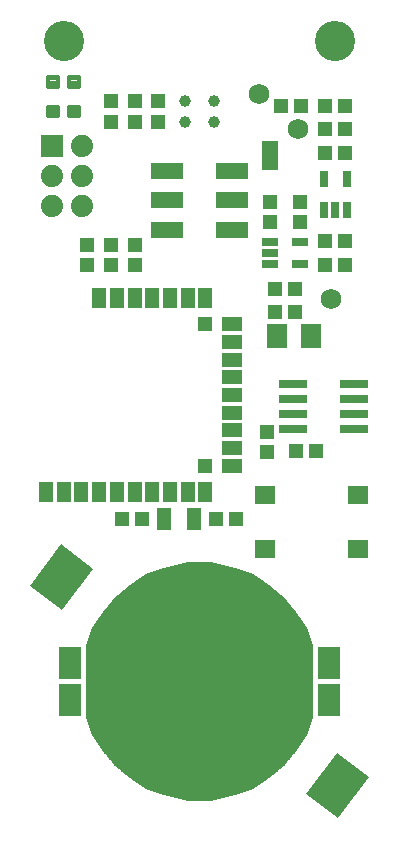
<source format=gts>
G75*
%MOIN*%
%OFA0B0*%
%FSLAX25Y25*%
%IPPOS*%
%LPD*%
%AMOC8*
5,1,8,0,0,1.08239X$1,22.5*
%
%ADD10C,0.13398*%
%ADD11C,0.01421*%
%ADD12R,0.05131X0.04737*%
%ADD13R,0.07800X0.10800*%
%ADD14C,0.32296*%
%ADD15C,0.00500*%
%ADD16R,0.07099X0.07887*%
%ADD17R,0.04737X0.05131*%
%ADD18R,0.05524X0.02965*%
%ADD19R,0.05131X0.07493*%
%ADD20R,0.05800X0.03300*%
%ADD21R,0.04737X0.06706*%
%ADD22R,0.06706X0.04737*%
%ADD23R,0.04737X0.04737*%
%ADD24R,0.02965X0.05524*%
%ADD25C,0.03950*%
%ADD26R,0.07400X0.07400*%
%ADD27C,0.07400*%
%ADD28R,0.06706X0.05918*%
%ADD29R,0.10643X0.05524*%
%ADD30C,0.06800*%
%ADD31R,0.13398X0.17335*%
%ADD32R,0.09461X0.03162*%
D10*
X0034154Y0289177D03*
X0124705Y0289177D03*
D11*
X0039265Y0277056D02*
X0039265Y0273740D01*
X0035949Y0273740D01*
X0035949Y0277056D01*
X0039265Y0277056D01*
X0039265Y0275160D02*
X0035949Y0275160D01*
X0035949Y0276580D02*
X0039265Y0276580D01*
X0039265Y0267213D02*
X0039265Y0263897D01*
X0035949Y0263897D01*
X0035949Y0267213D01*
X0039265Y0267213D01*
X0039265Y0265317D02*
X0035949Y0265317D01*
X0035949Y0266737D02*
X0039265Y0266737D01*
X0032359Y0267213D02*
X0032359Y0263897D01*
X0029043Y0263897D01*
X0029043Y0267213D01*
X0032359Y0267213D01*
X0032359Y0265317D02*
X0029043Y0265317D01*
X0029043Y0266737D02*
X0032359Y0266737D01*
X0032359Y0273740D02*
X0032359Y0277056D01*
X0032359Y0273740D02*
X0029043Y0273740D01*
X0029043Y0277056D01*
X0032359Y0277056D01*
X0032359Y0275160D02*
X0029043Y0275160D01*
X0029043Y0276580D02*
X0032359Y0276580D01*
D12*
X0049902Y0268902D03*
X0049902Y0262209D03*
X0057776Y0262209D03*
X0057776Y0268902D03*
X0057776Y0221165D03*
X0057776Y0214472D03*
X0042028Y0214472D03*
X0042028Y0221165D03*
X0053445Y0129728D03*
X0060138Y0129728D03*
X0084941Y0129728D03*
X0091634Y0129728D03*
X0111516Y0152366D03*
X0118209Y0152366D03*
X0111319Y0198626D03*
X0111319Y0206500D03*
X0104626Y0206500D03*
X0104626Y0198626D03*
X0121359Y0259650D03*
X0128052Y0259650D03*
X0113288Y0267524D03*
X0106595Y0267524D03*
D13*
X0036122Y0069492D03*
X0036122Y0081697D03*
X0122737Y0081697D03*
X0122737Y0069492D03*
D14*
X0079430Y0075594D03*
D15*
X0042028Y0075594D01*
X0042028Y0063783D01*
X0043996Y0057878D01*
X0047933Y0051972D01*
X0051477Y0047642D01*
X0055807Y0044098D01*
X0061713Y0040161D01*
X0067619Y0038193D01*
X0075493Y0036224D01*
X0079430Y0036224D01*
X0079430Y0075594D01*
X0116831Y0075594D01*
X0116831Y0087406D01*
X0114863Y0093311D01*
X0110926Y0099217D01*
X0107382Y0103547D01*
X0103052Y0107091D01*
X0097146Y0111028D01*
X0091241Y0112996D01*
X0083367Y0114965D01*
X0079430Y0114965D01*
X0079430Y0075594D01*
X0079430Y0036224D01*
X0083367Y0036224D01*
X0091241Y0038193D01*
X0097146Y0040161D01*
X0103052Y0044098D01*
X0107382Y0047642D01*
X0110926Y0051972D01*
X0114863Y0057878D01*
X0116831Y0063783D01*
X0116831Y0075594D01*
X0079430Y0075594D01*
X0079430Y0114965D01*
X0075493Y0114965D01*
X0067619Y0112996D01*
X0061713Y0111028D01*
X0055807Y0107091D01*
X0051477Y0103547D01*
X0047933Y0099217D01*
X0043996Y0093311D01*
X0042028Y0087406D01*
X0042028Y0075594D01*
X0079430Y0075594D01*
X0079430Y0075722D02*
X0116831Y0075722D01*
X0116831Y0076220D02*
X0079430Y0076220D01*
X0042028Y0076220D01*
X0042028Y0075722D02*
X0079430Y0075722D01*
X0079430Y0075223D02*
X0042028Y0075223D01*
X0042028Y0074725D02*
X0079430Y0074725D01*
X0116831Y0074725D01*
X0116831Y0075223D02*
X0079430Y0075223D01*
X0079430Y0074226D02*
X0042028Y0074226D01*
X0042028Y0073728D02*
X0079430Y0073728D01*
X0116831Y0073728D01*
X0116831Y0074226D02*
X0079430Y0074226D01*
X0079430Y0073229D02*
X0042028Y0073229D01*
X0042028Y0072731D02*
X0079430Y0072731D01*
X0116831Y0072731D01*
X0116831Y0073229D02*
X0079430Y0073229D01*
X0079430Y0072232D02*
X0042028Y0072232D01*
X0042028Y0071734D02*
X0079430Y0071734D01*
X0116831Y0071734D01*
X0116831Y0072232D02*
X0079430Y0072232D01*
X0079430Y0071235D02*
X0042028Y0071235D01*
X0042028Y0070737D02*
X0079430Y0070737D01*
X0116831Y0070737D01*
X0116831Y0071235D02*
X0079430Y0071235D01*
X0079430Y0070238D02*
X0042028Y0070238D01*
X0042028Y0069740D02*
X0079430Y0069740D01*
X0116831Y0069740D01*
X0116831Y0070238D02*
X0079430Y0070238D01*
X0079430Y0069241D02*
X0042028Y0069241D01*
X0042028Y0068743D02*
X0079430Y0068743D01*
X0116831Y0068743D01*
X0116831Y0069241D02*
X0079430Y0069241D01*
X0079430Y0068244D02*
X0042028Y0068244D01*
X0042028Y0067746D02*
X0079430Y0067746D01*
X0116831Y0067746D01*
X0116831Y0068244D02*
X0079430Y0068244D01*
X0079430Y0067247D02*
X0042028Y0067247D01*
X0042028Y0066749D02*
X0079430Y0066749D01*
X0116831Y0066749D01*
X0116831Y0067247D02*
X0079430Y0067247D01*
X0079430Y0066250D02*
X0042028Y0066250D01*
X0042028Y0065752D02*
X0079430Y0065752D01*
X0116831Y0065752D01*
X0116831Y0066250D02*
X0079430Y0066250D01*
X0079430Y0065253D02*
X0042028Y0065253D01*
X0042028Y0064754D02*
X0079430Y0064754D01*
X0116831Y0064754D01*
X0116831Y0064256D02*
X0079430Y0064256D01*
X0042028Y0064256D01*
X0042037Y0063757D02*
X0079430Y0063757D01*
X0116822Y0063757D01*
X0116656Y0063259D02*
X0079430Y0063259D01*
X0042203Y0063259D01*
X0042369Y0062760D02*
X0079430Y0062760D01*
X0116490Y0062760D01*
X0116324Y0062262D02*
X0079430Y0062262D01*
X0042535Y0062262D01*
X0042701Y0061763D02*
X0079430Y0061763D01*
X0116158Y0061763D01*
X0115992Y0061265D02*
X0079430Y0061265D01*
X0042867Y0061265D01*
X0043034Y0060766D02*
X0079430Y0060766D01*
X0115825Y0060766D01*
X0115659Y0060268D02*
X0079430Y0060268D01*
X0043200Y0060268D01*
X0043366Y0059769D02*
X0079430Y0059769D01*
X0115493Y0059769D01*
X0115327Y0059271D02*
X0079430Y0059271D01*
X0043532Y0059271D01*
X0043698Y0058772D02*
X0079430Y0058772D01*
X0115161Y0058772D01*
X0114995Y0058274D02*
X0079430Y0058274D01*
X0043865Y0058274D01*
X0044065Y0057775D02*
X0079430Y0057775D01*
X0114794Y0057775D01*
X0114462Y0057277D02*
X0079430Y0057277D01*
X0044397Y0057277D01*
X0044730Y0056778D02*
X0079430Y0056778D01*
X0114130Y0056778D01*
X0113797Y0056280D02*
X0079430Y0056280D01*
X0045062Y0056280D01*
X0045394Y0055781D02*
X0079430Y0055781D01*
X0113465Y0055781D01*
X0113132Y0055283D02*
X0079430Y0055283D01*
X0045727Y0055283D01*
X0046059Y0054784D02*
X0079430Y0054784D01*
X0112800Y0054784D01*
X0112468Y0054286D02*
X0079430Y0054286D01*
X0046391Y0054286D01*
X0046724Y0053787D02*
X0079430Y0053787D01*
X0112135Y0053787D01*
X0111803Y0053289D02*
X0079430Y0053289D01*
X0047056Y0053289D01*
X0047388Y0052790D02*
X0079430Y0052790D01*
X0111471Y0052790D01*
X0111138Y0052292D02*
X0079430Y0052292D01*
X0047721Y0052292D01*
X0048080Y0051793D02*
X0079430Y0051793D01*
X0110779Y0051793D01*
X0110371Y0051295D02*
X0079430Y0051295D01*
X0048488Y0051295D01*
X0048896Y0050796D02*
X0079430Y0050796D01*
X0109963Y0050796D01*
X0109555Y0050298D02*
X0079430Y0050298D01*
X0049304Y0050298D01*
X0049712Y0049799D02*
X0079430Y0049799D01*
X0109147Y0049799D01*
X0108740Y0049301D02*
X0079430Y0049301D01*
X0050119Y0049301D01*
X0050527Y0048802D02*
X0079430Y0048802D01*
X0108332Y0048802D01*
X0107924Y0048304D02*
X0079430Y0048304D01*
X0050935Y0048304D01*
X0051343Y0047805D02*
X0079430Y0047805D01*
X0107516Y0047805D01*
X0106973Y0047307D02*
X0079430Y0047307D01*
X0051886Y0047307D01*
X0052496Y0046808D02*
X0079430Y0046808D01*
X0106363Y0046808D01*
X0105754Y0046310D02*
X0079430Y0046310D01*
X0053105Y0046310D01*
X0053714Y0045811D02*
X0079430Y0045811D01*
X0105145Y0045811D01*
X0104536Y0045313D02*
X0079430Y0045313D01*
X0054324Y0045313D01*
X0054933Y0044814D02*
X0079430Y0044814D01*
X0103926Y0044814D01*
X0103317Y0044316D02*
X0079430Y0044316D01*
X0055542Y0044316D01*
X0056230Y0043817D02*
X0079430Y0043817D01*
X0102629Y0043817D01*
X0101882Y0043319D02*
X0079430Y0043319D01*
X0056977Y0043319D01*
X0057725Y0042820D02*
X0079430Y0042820D01*
X0101134Y0042820D01*
X0100386Y0042321D02*
X0079430Y0042321D01*
X0058473Y0042321D01*
X0059221Y0041823D02*
X0079430Y0041823D01*
X0099638Y0041823D01*
X0098891Y0041324D02*
X0079430Y0041324D01*
X0059968Y0041324D01*
X0060716Y0040826D02*
X0079430Y0040826D01*
X0098143Y0040826D01*
X0097395Y0040327D02*
X0079430Y0040327D01*
X0061464Y0040327D01*
X0062710Y0039829D02*
X0079430Y0039829D01*
X0096149Y0039829D01*
X0094653Y0039330D02*
X0079430Y0039330D01*
X0064206Y0039330D01*
X0065702Y0038832D02*
X0079430Y0038832D01*
X0093158Y0038832D01*
X0091662Y0038333D02*
X0079430Y0038333D01*
X0067197Y0038333D01*
X0069051Y0037835D02*
X0079430Y0037835D01*
X0089808Y0037835D01*
X0087814Y0037336D02*
X0079430Y0037336D01*
X0071045Y0037336D01*
X0073039Y0036838D02*
X0079430Y0036838D01*
X0085820Y0036838D01*
X0083826Y0036339D02*
X0079430Y0036339D01*
X0075033Y0036339D01*
X0079430Y0065253D02*
X0116831Y0065253D01*
X0116831Y0076719D02*
X0079430Y0076719D01*
X0042028Y0076719D01*
X0042028Y0077217D02*
X0079430Y0077217D01*
X0116831Y0077217D01*
X0116831Y0077716D02*
X0079430Y0077716D01*
X0042028Y0077716D01*
X0042028Y0078214D02*
X0079430Y0078214D01*
X0116831Y0078214D01*
X0116831Y0078713D02*
X0079430Y0078713D01*
X0042028Y0078713D01*
X0042028Y0079211D02*
X0079430Y0079211D01*
X0116831Y0079211D01*
X0116831Y0079710D02*
X0079430Y0079710D01*
X0042028Y0079710D01*
X0042028Y0080208D02*
X0079430Y0080208D01*
X0116831Y0080208D01*
X0116831Y0080707D02*
X0079430Y0080707D01*
X0042028Y0080707D01*
X0042028Y0081205D02*
X0079430Y0081205D01*
X0116831Y0081205D01*
X0116831Y0081704D02*
X0079430Y0081704D01*
X0042028Y0081704D01*
X0042028Y0082202D02*
X0079430Y0082202D01*
X0116831Y0082202D01*
X0116831Y0082701D02*
X0079430Y0082701D01*
X0042028Y0082701D01*
X0042028Y0083199D02*
X0079430Y0083199D01*
X0116831Y0083199D01*
X0116831Y0083698D02*
X0079430Y0083698D01*
X0042028Y0083698D01*
X0042028Y0084196D02*
X0079430Y0084196D01*
X0116831Y0084196D01*
X0116831Y0084695D02*
X0079430Y0084695D01*
X0042028Y0084695D01*
X0042028Y0085193D02*
X0079430Y0085193D01*
X0116831Y0085193D01*
X0116831Y0085692D02*
X0079430Y0085692D01*
X0042028Y0085692D01*
X0042028Y0086190D02*
X0079430Y0086190D01*
X0116831Y0086190D01*
X0116831Y0086689D02*
X0079430Y0086689D01*
X0042028Y0086689D01*
X0042028Y0087187D02*
X0079430Y0087187D01*
X0116831Y0087187D01*
X0116738Y0087686D02*
X0079430Y0087686D01*
X0042121Y0087686D01*
X0042288Y0088185D02*
X0079430Y0088185D01*
X0116571Y0088185D01*
X0116405Y0088683D02*
X0079430Y0088683D01*
X0042454Y0088683D01*
X0042620Y0089182D02*
X0079430Y0089182D01*
X0116239Y0089182D01*
X0116073Y0089680D02*
X0079430Y0089680D01*
X0042786Y0089680D01*
X0042952Y0090179D02*
X0079430Y0090179D01*
X0115907Y0090179D01*
X0115741Y0090677D02*
X0079430Y0090677D01*
X0043118Y0090677D01*
X0043285Y0091176D02*
X0079430Y0091176D01*
X0115574Y0091176D01*
X0115408Y0091674D02*
X0079430Y0091674D01*
X0043451Y0091674D01*
X0043617Y0092173D02*
X0079430Y0092173D01*
X0115242Y0092173D01*
X0115076Y0092671D02*
X0079430Y0092671D01*
X0043783Y0092671D01*
X0043949Y0093170D02*
X0079430Y0093170D01*
X0114910Y0093170D01*
X0114625Y0093668D02*
X0079430Y0093668D01*
X0044235Y0093668D01*
X0044567Y0094167D02*
X0079430Y0094167D01*
X0114292Y0094167D01*
X0113960Y0094665D02*
X0079430Y0094665D01*
X0044899Y0094665D01*
X0045232Y0095164D02*
X0079430Y0095164D01*
X0113628Y0095164D01*
X0113295Y0095662D02*
X0079430Y0095662D01*
X0045564Y0095662D01*
X0045896Y0096161D02*
X0079430Y0096161D01*
X0112963Y0096161D01*
X0112630Y0096659D02*
X0079430Y0096659D01*
X0046229Y0096659D01*
X0046561Y0097158D02*
X0079430Y0097158D01*
X0112298Y0097158D01*
X0111966Y0097656D02*
X0079430Y0097656D01*
X0046893Y0097656D01*
X0047226Y0098155D02*
X0079430Y0098155D01*
X0111633Y0098155D01*
X0111301Y0098653D02*
X0079430Y0098653D01*
X0047558Y0098653D01*
X0047890Y0099152D02*
X0079430Y0099152D01*
X0110969Y0099152D01*
X0110571Y0099650D02*
X0079430Y0099650D01*
X0048288Y0099650D01*
X0048696Y0100149D02*
X0079430Y0100149D01*
X0110163Y0100149D01*
X0109755Y0100647D02*
X0079430Y0100647D01*
X0049104Y0100647D01*
X0049512Y0101146D02*
X0079430Y0101146D01*
X0109347Y0101146D01*
X0108939Y0101644D02*
X0079430Y0101644D01*
X0049920Y0101644D01*
X0050328Y0102143D02*
X0079430Y0102143D01*
X0108531Y0102143D01*
X0108123Y0102641D02*
X0079430Y0102641D01*
X0050736Y0102641D01*
X0051143Y0103140D02*
X0079430Y0103140D01*
X0107716Y0103140D01*
X0107271Y0103638D02*
X0079430Y0103638D01*
X0051588Y0103638D01*
X0052197Y0104137D02*
X0079430Y0104137D01*
X0106662Y0104137D01*
X0106052Y0104635D02*
X0079430Y0104635D01*
X0052807Y0104635D01*
X0053416Y0105134D02*
X0079430Y0105134D01*
X0105443Y0105134D01*
X0104834Y0105632D02*
X0079430Y0105632D01*
X0054025Y0105632D01*
X0054635Y0106131D02*
X0079430Y0106131D01*
X0104224Y0106131D01*
X0103615Y0106629D02*
X0079430Y0106629D01*
X0055244Y0106629D01*
X0055864Y0107128D02*
X0079430Y0107128D01*
X0102995Y0107128D01*
X0102248Y0107626D02*
X0079430Y0107626D01*
X0056611Y0107626D01*
X0057359Y0108125D02*
X0079430Y0108125D01*
X0101500Y0108125D01*
X0100752Y0108623D02*
X0079430Y0108623D01*
X0058107Y0108623D01*
X0058855Y0109122D02*
X0079430Y0109122D01*
X0100004Y0109122D01*
X0099257Y0109621D02*
X0079430Y0109621D01*
X0059602Y0109621D01*
X0060350Y0110119D02*
X0079430Y0110119D01*
X0098509Y0110119D01*
X0097761Y0110618D02*
X0079430Y0110618D01*
X0061098Y0110618D01*
X0061978Y0111116D02*
X0079430Y0111116D01*
X0096881Y0111116D01*
X0095385Y0111615D02*
X0079430Y0111615D01*
X0063474Y0111615D01*
X0064970Y0112113D02*
X0079430Y0112113D01*
X0093890Y0112113D01*
X0092394Y0112612D02*
X0079430Y0112612D01*
X0066465Y0112612D01*
X0068075Y0113110D02*
X0079430Y0113110D01*
X0090784Y0113110D01*
X0088790Y0113609D02*
X0079430Y0113609D01*
X0070069Y0113609D01*
X0072063Y0114107D02*
X0079430Y0114107D01*
X0086796Y0114107D01*
X0084802Y0114606D02*
X0079430Y0114606D01*
X0074057Y0114606D01*
D16*
X0105414Y0190752D03*
X0116437Y0190752D03*
D17*
X0121359Y0214374D03*
X0121359Y0222248D03*
X0128052Y0222248D03*
X0128052Y0214374D03*
X0112894Y0228744D03*
X0112894Y0235437D03*
X0121359Y0251776D03*
X0128052Y0251776D03*
X0128052Y0267524D03*
X0121359Y0267524D03*
X0103052Y0235437D03*
X0103052Y0228744D03*
X0065650Y0262209D03*
X0065650Y0268902D03*
X0049902Y0221165D03*
X0049902Y0214472D03*
X0102067Y0158665D03*
X0102067Y0151972D03*
D18*
X0102855Y0214571D03*
X0102855Y0218311D03*
X0102855Y0222051D03*
X0113091Y0222051D03*
X0113091Y0214571D03*
D19*
X0077461Y0129728D03*
X0067619Y0129728D03*
D20*
X0103052Y0247591D03*
X0103052Y0250791D03*
X0103052Y0253991D03*
D21*
X0081398Y0203547D03*
X0075493Y0203547D03*
X0069587Y0203547D03*
X0063682Y0203547D03*
X0057776Y0203547D03*
X0051870Y0203547D03*
X0045965Y0203547D03*
X0045965Y0138587D03*
X0040059Y0138587D03*
X0034154Y0138587D03*
X0028248Y0138587D03*
X0051870Y0138587D03*
X0057776Y0138587D03*
X0063682Y0138587D03*
X0069587Y0138587D03*
X0075493Y0138587D03*
X0081398Y0138587D03*
D22*
X0090256Y0147445D03*
X0090256Y0153350D03*
X0090256Y0159256D03*
X0090256Y0165161D03*
X0090256Y0171067D03*
X0090256Y0176972D03*
X0090256Y0182878D03*
X0090256Y0188783D03*
X0090256Y0194689D03*
D23*
X0081398Y0194689D03*
X0081398Y0147445D03*
D24*
X0120965Y0232878D03*
X0124705Y0232878D03*
X0128445Y0232878D03*
X0128445Y0243114D03*
X0120965Y0243114D03*
D25*
X0084272Y0262209D03*
X0084272Y0268902D03*
X0074587Y0268902D03*
X0074587Y0262209D03*
D26*
X0030138Y0253902D03*
D27*
X0030138Y0243902D03*
X0030138Y0233902D03*
X0040138Y0233902D03*
X0040138Y0243902D03*
X0040138Y0253902D03*
D28*
X0101280Y0137602D03*
X0101280Y0119886D03*
X0132382Y0119886D03*
X0132382Y0137602D03*
D29*
X0090256Y0226185D03*
X0090256Y0236028D03*
X0090256Y0245870D03*
X0068603Y0245870D03*
X0068603Y0236028D03*
X0068603Y0226185D03*
D30*
X0099115Y0271461D03*
X0112402Y0259650D03*
X0123229Y0203055D03*
D31*
G36*
X0125627Y0029931D02*
X0114928Y0037994D01*
X0125359Y0051837D01*
X0136058Y0043774D01*
X0125627Y0029931D01*
G37*
G36*
X0033500Y0099352D02*
X0022801Y0107415D01*
X0033232Y0121258D01*
X0043931Y0113195D01*
X0033500Y0099352D01*
G37*
D32*
X0110532Y0159630D03*
X0110532Y0164630D03*
X0110532Y0169630D03*
X0110532Y0174630D03*
X0131004Y0174630D03*
X0131004Y0169630D03*
X0131004Y0164630D03*
X0131004Y0159630D03*
M02*

</source>
